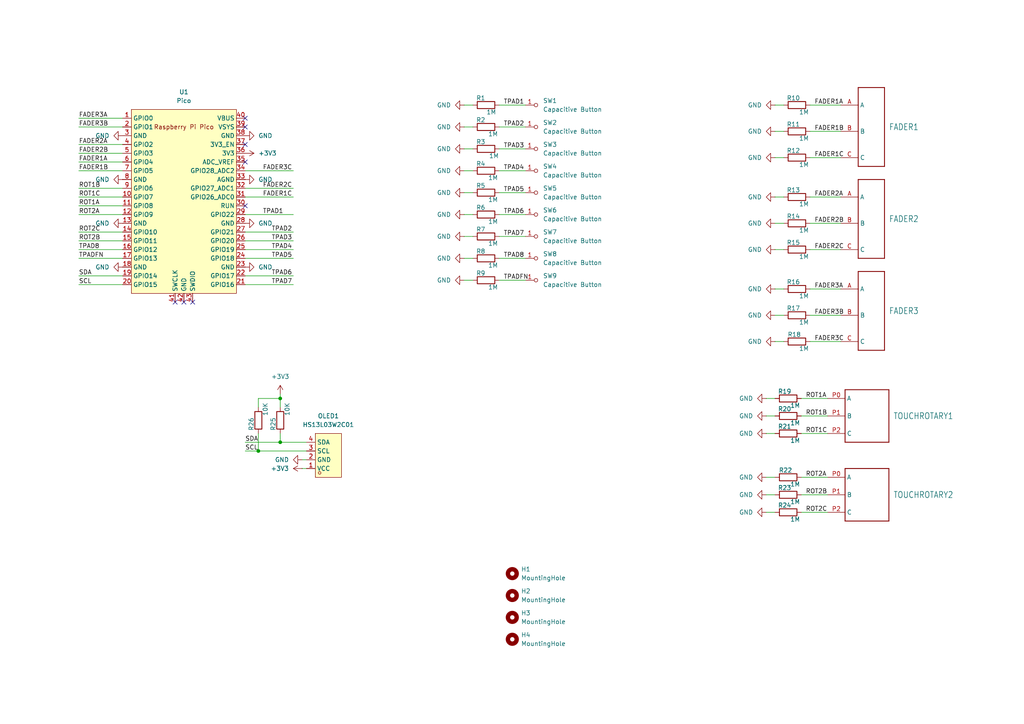
<source format=kicad_sch>
(kicad_sch (version 20231120) (generator "eeschema") (generator_version "8.0")
  (paper "A4")
  (title_block (title "MACRO-GLIDER") (date "2024-04-28") (rev "V1") (company "KONSOL"))
  (lib_symbols
    (symbol "Device:R" (pin_numbers hide) (pin_names (offset 0))
      (property "Reference" "R" (at 2.032 0 90))
      (property "Value" "R" (at 0 0 90))
      (symbol "R_0_1"
        (rectangle (start -1.016 -2.54) (end 1.016 2.54) (stroke (width 0.254)))
      )
      (symbol "R_1_1"
        (pin passive line (at 0 3.81 270) (length 1.27) (name "~") (number "1"))
        (pin passive line (at 0 -3.81 90) (length 1.27) (name "~") (number "2"))
      )
    )
    (symbol "capacitive:Capacitive Button" (pin_names (offset 0) hide)
      (property "Reference" "SW1" (at -1.2701 5.08 90))
      (property "Value" "Capacitive Button" (at 1.2699 5.08 90))
      (symbol "Capacitive Button_0_0"
        (circle (center 0 3.048) (radius 0.508))
      )
      (symbol "Capacitive Button_1_1"
        (pin passive line (at 0 0 90) (length 2.54) (name "A") (number "1"))
      )
    )
    (symbol "capacitive:MountingHole" (pin_names (offset 1.016))
      (property "Reference" "H1" (at 2.54 1.2701 0))
      (property "Value" "MountingHole" (at 2.54 -1.2699 0))
      (symbol "MountingHole_0_1"
        (circle (center 0 0) (radius 1.27) (stroke (width 1.27)))
      )
    )
    (symbol "capacitive:Pico"
      (property "Reference" "U1" (at 0 31.75 0))
      (property "Value" "Pico" (at 0 29.21 0))
      (symbol "Pico_0_0"
        (text "Raspberry Pi Pico" (at 0 21.59 0) (effects (font (size 1.27 1.27))))
      )
      (symbol "Pico_0_1"
        (rectangle (start -15.24 26.67) (end 15.24 -26.67) (fill (type background)))
      )
      (symbol "Pico_1_1"
        (pin bidirectional line (at -17.78 24.13 0) (length 2.54) (name "GPIO0") (number "1"))
        (pin bidirectional line (at -17.78 1.27 0) (length 2.54) (name "GPIO7") (number "10"))
        (pin bidirectional line (at -17.78 -1.27 0) (length 2.54) (name "GPIO8") (number "11"))
        (pin bidirectional line (at -17.78 -3.81 0) (length 2.54) (name "GPIO9") (number "12"))
        (pin power_in line (at -17.78 -6.35 0) (length 2.54) (name "GND") (number "13"))
        (pin bidirectional line (at -17.78 -8.89 0) (length 2.54) (name "GPIO10") (number "14"))
        (pin bidirectional line (at -17.78 -11.43 0) (length 2.54) (name "GPIO11") (number "15"))
        (pin bidirectional line (at -17.78 -13.97 0) (length 2.54) (name "GPIO12") (number "16"))
        (pin bidirectional line (at -17.78 -16.51 0) (length 2.54) (name "GPIO13") (number "17"))
        (pin power_in line (at -17.78 -19.05 0) (length 2.54) (name "GND") (number "18"))
        (pin bidirectional line (at -17.78 -21.59 0) (length 2.54) (name "GPIO14") (number "19"))
        (pin bidirectional line (at -17.78 21.59 0) (length 2.54) (name "GPIO1") (number "2"))
        (pin bidirectional line (at -17.78 -24.13 0) (length 2.54) (name "GPIO15") (number "20"))
        (pin bidirectional line (at 17.78 -24.13 180) (length 2.54) (name "GPIO16") (number "21"))
        (pin bidirectional line (at 17.78 -21.59 180) (length 2.54) (name "GPIO17") (number "22"))
        (pin power_in line (at 17.78 -19.05 180) (length 2.54) (name "GND") (number "23"))
        (pin bidirectional line (at 17.78 -16.51 180) (length 2.54) (name "GPIO18") (number "24"))
        (pin bidirectional line (at 17.78 -13.97 180) (length 2.54) (name "GPIO19") (number "25"))
        (pin bidirectional line (at 17.78 -11.43 180) (length 2.54) (name "GPIO20") (number "26"))
        (pin bidirectional line (at 17.78 -8.89 180) (length 2.54) (name "GPIO21") (number "27"))
        (pin power_in line (at 17.78 -6.35 180) (length 2.54) (name "GND") (number "28"))
        (pin bidirectional line (at 17.78 -3.81 180) (length 2.54) (name "GPIO22") (number "29"))
        (pin power_in line (at -17.78 19.05 0) (length 2.54) (name "GND") (number "3"))
        (pin input line (at 17.78 -1.27 180) (length 2.54) (name "RUN") (number "30"))
        (pin bidirectional line (at 17.78 1.27 180) (length 2.54) (name "GPIO26_ADC0") (number "31"))
        (pin bidirectional line (at 17.78 3.81 180) (length 2.54) (name "GPIO27_ADC1") (number "32"))
        (pin power_in line (at 17.78 6.35 180) (length 2.54) (name "AGND") (number "33"))
        (pin bidirectional line (at 17.78 8.89 180) (length 2.54) (name "GPIO28_ADC2") (number "34"))
        (pin power_in line (at 17.78 11.43 180) (length 2.54) (name "ADC_VREF") (number "35"))
        (pin bidirectional line (at 17.78 13.97 180) (length 2.54) (name "3V3") (number "36"))
        (pin input line (at 17.78 16.51 180) (length 2.54) (name "3V3_EN") (number "37"))
        (pin bidirectional line (at 17.78 19.05 180) (length 2.54) (name "GND") (number "38"))
        (pin power_in line (at 17.78 21.59 180) (length 2.54) (name "VSYS") (number "39"))
        (pin bidirectional line (at -17.78 16.51 0) (length 2.54) (name "GPIO2") (number "4"))
        (pin power_in line (at 17.78 24.13 180) (length 2.54) (name "VBUS") (number "40"))
        (pin input line (at -2.54 -29.21 90) (length 2.54) (name "SWCLK") (number "41"))
        (pin power_in line (at 0 -29.21 90) (length 2.54) (name "GND") (number "42"))
        (pin bidirectional line (at 2.54 -29.21 90) (length 2.54) (name "SWDIO") (number "43"))
        (pin bidirectional line (at -17.78 13.97 0) (length 2.54) (name "GPIO3") (number "5"))
        (pin bidirectional line (at -17.78 11.43 0) (length 2.54) (name "GPIO4") (number "6"))
        (pin bidirectional line (at -17.78 8.89 0) (length 2.54) (name "GPIO5") (number "7"))
        (pin power_in line (at -17.78 6.35 0) (length 2.54) (name "GND") (number "8"))
        (pin bidirectional line (at -17.78 3.81 0) (length 2.54) (name "GPIO6") (number "9"))
      )
    )
    (symbol "capacitive:TouchRotary"
      (property "Reference" "TOUCHROTARY1" (at 6.35 0 0))
      (symbol "TouchRotary_1_0"
        (polyline (pts (xy -7.62 -7.62) (xy 5.08 -7.62)) (stroke (width 0.254)))
        (polyline (pts (xy -7.62 7.62) (xy -7.62 -7.62)) (stroke (width 0.254)))
        (polyline (pts (xy 5.08 -7.62) (xy 5.08 7.62)) (stroke (width 0.254)))
        (polyline (pts (xy 5.08 7.62) (xy -7.62 7.62)) (stroke (width 0.254)))
        (pin bidirectional line (at -12.7 5.08 0) (length 5.08) (name "A") (number "P0"))
        (pin bidirectional line (at -12.7 0 0) (length 5.08) (name "B") (number "P1"))
        (pin bidirectional line (at -12.7 -5.08 0) (length 5.08) (name "C") (number "P2"))
      )
    )
    (symbol "capacitive:TouchSlider3"
      (property "Reference" "FADER1" (at 3.81 1.27 0))
      (symbol "TouchSlider3_1_0"
        (polyline (pts (xy -5.08 -10.16) (xy 2.54 -10.16)) (stroke (width 0.254)))
        (polyline (pts (xy -5.08 7.62) (xy -5.08 -10.16)) (stroke (width 0.254)))
        (polyline (pts (xy -5.08 12.7) (xy -5.08 7.62)) (stroke (width 0.254)))
        (polyline (pts (xy 2.54 -10.16) (xy 2.54 12.7)) (stroke (width 0.254)))
        (polyline (pts (xy 2.54 12.7) (xy -5.08 12.7)) (stroke (width 0.254)))
        (pin bidirectional line (at -10.16 7.62 0) (length 5.08) (name "A") (number "A"))
        (pin bidirectional line (at -10.16 0 0) (length 5.08) (name "B") (number "B"))
        (pin bidirectional line (at -10.16 -7.62 0) (length 5.08) (name "C") (number "C"))
      )
    )
    (symbol "easyeda2kicad:HS13L03W2C01_copy_without holes"
      (property "Reference" "OLED" (at 0 8.89 0))
      (property "Value" "HS13L03W2C01" (at 0 -8.89 0))
      (symbol "HS13L03W2C01_copy_without holes_0_1"
        (rectangle (start -2.54 6.35) (end 5.08 -6.35) (fill (type background)))
        (circle (center -1.27 5.08) (radius 0.38))
        (pin unspecified line (at -5.08 3.81 0) (length 2.54) (name "VCC") (number "1"))
        (pin unspecified line (at -5.08 1.27 0) (length 2.54) (name "GND") (number "2"))
        (pin unspecified line (at -5.08 -1.27 0) (length 2.54) (name "SCL") (number "3"))
        (pin unspecified line (at -5.08 -3.81 0) (length 2.54) (name "SDA") (number "4"))
      )
    )
    (symbol "power:+3V3" (power) (pin_numbers hide) (pin_names (offset 0) hide)
      (property "Value" "+3V3" (at 0 3.556 0))
      (symbol "+3V3_0_1"
        (polyline (pts (xy -0.762 1.27) (xy 0 2.54)))
        (polyline (pts (xy 0 0) (xy 0 2.54)))
        (polyline (pts (xy 0 2.54) (xy 0.762 1.27)))
      )
      (symbol "+3V3_1_1"
        (pin power_in line (at 0 0 90) (length 0) (name "~") (number "1"))
      )
    )
    (symbol "power:GND" (power) (pin_numbers hide) (pin_names (offset 0) hide)
      (property "Value" "GND" (at 0 -3.81 0))
      (symbol "GND_0_1"
        (polyline (pts (xy 0 0) (xy 0 -1.27) (xy 1.27 -1.27) (xy 0 -2.54) (xy -1.27 -1.27) (xy 0 -1.27)))
      )
      (symbol "GND_1_1"
        (pin power_in line (at 0 0 270) (length 0) (name "~") (number "1"))
      )
    )
  )
  (junction (at 81.28 128.27))
  (junction (at 74.93 130.81))
  (junction (at 81.28 115.57))
  (no_connect (at 71.12 59.69))
  (no_connect (at 50.8 87.63))
  (no_connect (at 71.12 34.29))
  (no_connect (at 53.34 87.63))
  (no_connect (at 55.88 87.63))
  (no_connect (at 71.12 46.99))
  (no_connect (at 71.12 41.91))
  (no_connect (at 71.12 36.83))
  (wire (pts (xy 134.62 62.23) (xy 137.16 62.23)))
  (wire (pts (xy 81.28 128.27) (xy 88.9 128.27)))
  (wire (pts (xy 224.79 30.48) (xy 227.33 30.48)))
  (wire (pts (xy 222.25 148.59) (xy 224.79 148.59)))
  (wire (pts (xy 144.78 74.93) (xy 152.4 74.93)))
  (wire (pts (xy 22.86 57.15) (xy 35.56 57.15)))
  (wire (pts (xy 81.28 115.57) (xy 81.28 118.11)))
  (wire (pts (xy 234.95 45.72) (xy 243.84 45.72)))
  (wire (pts (xy 234.95 38.1) (xy 243.84 38.1)))
  (wire (pts (xy 22.86 46.99) (xy 35.56 46.99)))
  (wire (pts (xy 81.28 125.73) (xy 81.28 128.27)))
  (wire (pts (xy 81.28 114.3) (xy 81.28 115.57)))
  (wire (pts (xy 22.86 72.39) (xy 35.56 72.39)))
  (wire (pts (xy 224.79 57.15) (xy 227.33 57.15)))
  (wire (pts (xy 134.62 55.88) (xy 137.16 55.88)))
  (wire (pts (xy 71.12 49.53) (xy 85.09 49.53)))
  (wire (pts (xy 22.86 49.53) (xy 35.56 49.53)))
  (wire (pts (xy 22.86 36.83) (xy 35.56 36.83)))
  (wire (pts (xy 224.79 72.39) (xy 227.33 72.39)))
  (wire (pts (xy 22.86 54.61) (xy 35.56 54.61)))
  (wire (pts (xy 232.41 115.57) (xy 240.03 115.57)))
  (wire (pts (xy 71.12 67.31) (xy 85.09 67.31)))
  (wire (pts (xy 134.62 49.53) (xy 137.16 49.53)))
  (wire (pts (xy 22.86 34.29) (xy 35.56 34.29)))
  (wire (pts (xy 222.25 138.43) (xy 224.79 138.43)))
  (wire (pts (xy 22.86 44.45) (xy 35.56 44.45)))
  (wire (pts (xy 234.95 64.77) (xy 243.84 64.77)))
  (wire (pts (xy 234.95 83.82) (xy 243.84 83.82)))
  (wire (pts (xy 71.12 57.15) (xy 85.09 57.15)))
  (wire (pts (xy 71.12 62.23) (xy 85.09 62.23)))
  (wire (pts (xy 144.78 68.58) (xy 152.4 68.58)))
  (wire (pts (xy 144.78 30.48) (xy 152.4 30.48)))
  (wire (pts (xy 232.41 143.51) (xy 240.03 143.51)))
  (wire (pts (xy 134.62 68.58) (xy 137.16 68.58)))
  (wire (pts (xy 74.93 125.73) (xy 74.93 130.81)))
  (wire (pts (xy 232.41 125.73) (xy 240.03 125.73)))
  (wire (pts (xy 22.86 67.31) (xy 35.56 67.31)))
  (wire (pts (xy 71.12 82.55) (xy 85.09 82.55)))
  (wire (pts (xy 232.41 120.65) (xy 240.03 120.65)))
  (wire (pts (xy 22.86 62.23) (xy 35.56 62.23)))
  (wire (pts (xy 134.62 74.93) (xy 137.16 74.93)))
  (wire (pts (xy 71.12 54.61) (xy 85.09 54.61)))
  (wire (pts (xy 22.86 74.93) (xy 35.56 74.93)))
  (wire (pts (xy 22.86 41.91) (xy 35.56 41.91)))
  (wire (pts (xy 222.25 125.73) (xy 224.79 125.73)))
  (wire (pts (xy 224.79 91.44) (xy 227.33 91.44)))
  (wire (pts (xy 222.25 120.65) (xy 224.79 120.65)))
  (wire (pts (xy 234.95 30.48) (xy 243.84 30.48)))
  (wire (pts (xy 234.95 72.39) (xy 243.84 72.39)))
  (wire (pts (xy 87.63 133.35) (xy 88.9 133.35)))
  (wire (pts (xy 144.78 55.88) (xy 152.4 55.88)))
  (wire (pts (xy 144.78 49.53) (xy 152.4 49.53)))
  (wire (pts (xy 224.79 45.72) (xy 227.33 45.72)))
  (wire (pts (xy 234.95 91.44) (xy 243.84 91.44)))
  (wire (pts (xy 71.12 80.01) (xy 85.09 80.01)))
  (wire (pts (xy 144.78 62.23) (xy 152.4 62.23)))
  (wire (pts (xy 134.62 81.28) (xy 137.16 81.28)))
  (wire (pts (xy 222.25 115.57) (xy 224.79 115.57)))
  (wire (pts (xy 144.78 81.28) (xy 152.4 81.28)))
  (wire (pts (xy 232.41 138.43) (xy 240.03 138.43)))
  (wire (pts (xy 224.79 64.77) (xy 227.33 64.77)))
  (wire (pts (xy 22.86 80.01) (xy 35.56 80.01)))
  (wire (pts (xy 22.86 82.55) (xy 35.56 82.55)))
  (wire (pts (xy 134.62 43.18) (xy 137.16 43.18)))
  (wire (pts (xy 134.62 30.48) (xy 137.16 30.48)))
  (wire (pts (xy 234.95 99.06) (xy 243.84 99.06)))
  (wire (pts (xy 87.63 135.89) (xy 88.9 135.89)))
  (wire (pts (xy 71.12 69.85) (xy 85.09 69.85)))
  (wire (pts (xy 224.79 38.1) (xy 227.33 38.1)))
  (wire (pts (xy 74.93 118.11) (xy 74.93 115.57)))
  (wire (pts (xy 22.86 69.85) (xy 35.56 69.85)))
  (wire (pts (xy 74.93 115.57) (xy 81.28 115.57)))
  (wire (pts (xy 74.93 130.81) (xy 88.9 130.81)))
  (wire (pts (xy 144.78 36.83) (xy 152.4 36.83)))
  (wire (pts (xy 71.12 72.39) (xy 85.09 72.39)))
  (wire (pts (xy 22.86 59.69) (xy 35.56 59.69)))
  (wire (pts (xy 224.79 83.82) (xy 227.33 83.82)))
  (wire (pts (xy 224.79 99.06) (xy 227.33 99.06)))
  (wire (pts (xy 222.25 143.51) (xy 224.79 143.51)))
  (wire (pts (xy 71.12 130.81) (xy 74.93 130.81)))
  (wire (pts (xy 144.78 43.18) (xy 152.4 43.18)))
  (wire (pts (xy 134.62 36.83) (xy 137.16 36.83)))
  (wire (pts (xy 71.12 74.93) (xy 85.09 74.93)))
  (wire (pts (xy 234.95 57.15) (xy 243.84 57.15)))
  (wire (pts (xy 232.41 148.59) (xy 240.03 148.59)))
  (wire (pts (xy 71.12 128.27) (xy 81.28 128.27)))
  (label "FADER1A" (at 22.86 46.99 0))
  (label "TPAD8" (at 146.05 74.93 0))
  (label "ROT2C" (at 233.68 148.59 0))
  (label "FADER3A" (at 236.22 83.82 0))
  (label "ROT1B" (at 233.68 120.65 0))
  (label "SDA" (at 22.86 80.01 0))
  (label "FADER2A" (at 22.86 41.91 0))
  (label "TPAD3" (at 146.05 43.18 0))
  (label "FADER2C" (at 236.22 72.39 0))
  (label "TPAD1" (at 146.05 30.48 0))
  (label "TPAD6" (at 78.74 80.01 0))
  (label "FADER2A" (at 236.22 57.15 0))
  (label "SCL" (at 22.86 82.55 0))
  (label "FADER3A" (at 22.86 34.29 0))
  (label "ROT1C" (at 22.86 57.15 0))
  (label "FADER3B" (at 22.86 36.83 0))
  (label "TPAD4" (at 146.05 49.53 0))
  (label "FADER1C" (at 236.22 45.72 0))
  (label "TPAD2" (at 78.74 67.31 0))
  (label "SCL" (at 71.12 130.81 0))
  (label "TPAD4" (at 78.74 72.39 0))
  (label "TPADFN" (at 22.86 74.93 0))
  (label "TPADFN" (at 146.05 81.28 0))
  (label "TPAD7" (at 78.74 82.55 0))
  (label "FADER3B" (at 236.22 91.44 0))
  (label "ROT2A" (at 22.86 62.23 0))
  (label "ROT1B" (at 22.86 54.61 0))
  (label "TPAD6" (at 146.05 62.23 0))
  (label "TPAD7" (at 146.05 68.58 0))
  (label "FADER1B" (at 236.22 38.1 0))
  (label "FADER2C" (at 76.2 54.61 0))
  (label "ROT1A" (at 22.86 59.69 0))
  (label "TPAD3" (at 78.74 69.85 0))
  (label "ROT2C" (at 22.86 67.31 0))
  (label "TPAD1" (at 76.2 62.23 0))
  (label "FADER2B" (at 236.22 64.77 0))
  (label "TPAD2" (at 146.05 36.83 0))
  (label "TPAD5" (at 78.74 74.93 0))
  (label "FADER1A" (at 236.22 30.48 0))
  (label "FADER3C" (at 76.2 49.53 0))
  (label "FADER1B" (at 22.86 49.53 0))
  (label "FADER3C" (at 236.22 99.06 0))
  (label "TPAD8" (at 22.86 72.39 0))
  (label "FADER1C" (at 76.2 57.15 0))
  (label "ROT2B" (at 233.68 143.51 0))
  (label "SDA" (at 71.12 128.27 0))
  (label "TPAD5" (at 146.05 55.88 0))
  (label "FADER2B" (at 22.86 44.45 0))
  (label "ROT2B" (at 22.86 69.85 0))
  (label "ROT1A" (at 233.68 115.57 0))
  (label "ROT2A" (at 233.68 138.43 0))
  (label "ROT1C" (at 233.68 125.73 0))
  (symbol (lib_id "power:GND") (at 222.25 143.51 270) (unit 1)
    (property "Reference" "#PWR023" (effects (hide yes)))
    (property "Value" "GND" (at 218.44 143.5099 90) (effects (justify right)))
    (property "Description" "Power symbol creates a global label with name \"GND\" , ground" (effects (hide yes)))
  )
  (symbol (lib_id "Device:R") (at 81.28 121.92 0) (unit 1)
    (property "Reference" "R25" (at 79.248 124.968 90) (effects (justify left)))
    (property "Value" "10K" (at 83.312 120.65 90) (effects (justify left)))
    (property "Footprint" "Library:R_0603_1608Metric" (effects (hide yes)))
    (property "Description" "Resistor" (effects (hide yes)))
  )
  (symbol (lib_id "power:GND") (at 222.25 148.59 270) (unit 1)
    (property "Reference" "#PWR024" (effects (hide yes)))
    (property "Value" "GND" (at 218.44 148.5899 90) (effects (justify right)))
    (property "Description" "Power symbol creates a global label with name \"GND\" , ground" (effects (hide yes)))
  )
  (symbol (lib_id "capacitive:Capacitive Button") (at 152.4 55.88 270) (unit 1)
    (property "Reference" "SW5" (at 157.48 54.6099 90) (effects (justify left)))
    (property "Value" "Capacitive Button" (at 157.48 57.1499 90) (effects (justify left)))
    (property "Footprint" "Library:Pad-CapacitiveTouch" (effects (hide yes)))
    (property "Description" "Single Pole Single Throw (SPST) switch" (effects (hide yes)))
  )
  (symbol (lib_id "power:GND") (at 134.62 62.23 270) (unit 1)
    (property "Reference" "#PWR06" (effects (hide yes)))
    (property "Value" "GND" (at 130.81 62.2299 90) (effects (justify right)))
    (property "Description" "Power symbol creates a global label with name \"GND\" , ground" (effects (hide yes)))
  )
  (symbol (lib_id "power:GND") (at 222.25 125.73 270) (unit 1)
    (property "Reference" "#PWR021" (effects (hide yes)))
    (property "Value" "GND" (at 218.44 125.7299 90) (effects (justify right)))
    (property "Description" "Power symbol creates a global label with name \"GND\" , ground" (effects (hide yes)))
  )
  (symbol (lib_id "capacitive:TouchSlider3") (at 254 91.44 0) (unit 1)
    (property "Reference" "FADER3" (at 257.81 90.17 0) (effects (font (size 1.778 1.5113)) (justify left)))
    (property "Footprint" "Library:TOUCHSLIDER3_8x40B" (effects (hide yes)))
  )
  (symbol (lib_id "power:+3V3") (at 81.28 114.3 0) (unit 1)
    (property "Reference" "#PWR025" (effects (hide yes)))
    (property "Value" "+3V3" (at 81.28 109.22 0))
    (property "Description" "Power symbol creates a global label with name \"+3V3\"" (effects (hide yes)))
  )
  (symbol (lib_id "power:GND") (at 134.62 55.88 270) (unit 1)
    (property "Reference" "#PWR05" (effects (hide yes)))
    (property "Value" "GND" (at 130.81 55.8799 90) (effects (justify right)))
    (property "Description" "Power symbol creates a global label with name \"GND\" , ground" (effects (hide yes)))
  )
  (symbol (lib_id "Device:R") (at 228.6 115.57 90) (unit 1)
    (property "Reference" "R19" (at 227.584 113.538 90))
    (property "Value" "1M" (at 230.632 117.602 90))
    (property "Footprint" "Library:R_0603_1608Metric" (effects (hide yes)))
    (property "Description" "Resistor" (effects (hide yes)))
  )
  (symbol (lib_id "capacitive:Pico") (at 53.34 58.42 0) (unit 1)
    (property "Reference" "U1" (at 53.34 26.67 0))
    (property "Value" "Pico" (at 53.34 29.21 0))
    (property "Footprint" "Library:RPi_Pico_SMD" (effects (hide yes)))
  )
  (symbol (lib_id "power:GND") (at 134.62 74.93 270) (unit 1)
    (property "Reference" "#PWR08" (effects (hide yes)))
    (property "Value" "GND" (at 130.81 74.9299 90) (effects (justify right)))
    (property "Description" "Power symbol creates a global label with name \"GND\" , ground" (effects (hide yes)))
  )
  (symbol (lib_id "capacitive:MountingHole") (at 148.59 166.37 0) (unit 1)
    (property "Reference" "H1" (at 151.13 165.0999 0) (effects (justify left)))
    (property "Value" "MountingHole" (at 151.13 167.6399 0) (effects (justify left)))
    (property "Footprint" "MountingHole:MountingHole_2.7mm_M2.5_ISO14580" (effects (hide yes)))
    (property "Description" "Mounting Hole without connection" (effects (hide yes)))
  )
  (symbol (lib_id "Device:R") (at 231.14 72.39 90) (unit 1)
    (property "Reference" "R15" (at 230.124 70.358 90))
    (property "Value" "1M" (at 233.172 74.422 90))
    (property "Footprint" "Library:R_0603_1608Metric" (effects (hide yes)))
    (property "Description" "Resistor" (effects (hide yes)))
  )
  (symbol (lib_id "power:GND") (at 35.56 52.07 270) (unit 1)
    (property "Reference" "#PWR033" (effects (hide yes)))
    (property "Value" "GND" (at 31.75 52.0699 90) (effects (justify right)))
    (property "Description" "Power symbol creates a global label with name \"GND\" , ground" (effects (hide yes)))
  )
  (symbol (lib_id "power:GND") (at 134.62 43.18 270) (unit 1)
    (property "Reference" "#PWR03" (effects (hide yes)))
    (property "Value" "GND" (at 130.81 43.1799 90) (effects (justify right)))
    (property "Description" "Power symbol creates a global label with name \"GND\" , ground" (effects (hide yes)))
  )
  (symbol (lib_id "Device:R") (at 231.14 30.48 90) (unit 1)
    (property "Reference" "R10" (at 230.124 28.448 90))
    (property "Value" "1M" (at 233.172 32.512 90))
    (property "Footprint" "Library:R_0603_1608Metric" (effects (hide yes)))
    (property "Description" "Resistor" (effects (hide yes)))
  )
  (symbol (lib_id "Device:R") (at 231.14 64.77 90) (unit 1)
    (property "Reference" "R14" (at 230.124 62.738 90))
    (property "Value" "1M" (at 233.172 66.802 90))
    (property "Footprint" "Library:R_0603_1608Metric" (effects (hide yes)))
    (property "Description" "Resistor" (effects (hide yes)))
  )
  (symbol (lib_id "Device:R") (at 231.14 38.1 90) (unit 1)
    (property "Reference" "R11" (at 230.124 36.068 90))
    (property "Value" "1M" (at 233.172 40.132 90))
    (property "Footprint" "Library:R_0603_1608Metric" (effects (hide yes)))
    (property "Description" "Resistor" (effects (hide yes)))
  )
  (symbol (lib_id "capacitive:TouchSlider3") (at 254 38.1 0) (unit 1)
    (property "Reference" "FADER1" (at 257.81 36.83 0) (effects (font (size 1.778 1.5113)) (justify left)))
    (property "Footprint" "Library:TOUCHSLIDER3_8x40B" (effects (hide yes)))
  )
  (symbol (lib_id "power:GND") (at 222.25 115.57 270) (unit 1)
    (property "Reference" "#PWR019" (effects (hide yes)))
    (property "Value" "GND" (at 218.44 115.5699 90) (effects (justify right)))
    (property "Description" "Power symbol creates a global label with name \"GND\" , ground" (effects (hide yes)))
  )
  (symbol (lib_id "power:GND") (at 134.62 30.48 270) (unit 1)
    (property "Reference" "#PWR01" (effects (hide yes)))
    (property "Value" "GND" (at 130.81 30.4799 90) (effects (justify right)))
    (property "Description" "Power symbol creates a global label with name \"GND\" , ground" (effects (hide yes)))
  )
  (symbol (lib_id "power:GND") (at 224.79 99.06 270) (unit 1)
    (property "Reference" "#PWR018" (effects (hide yes)))
    (property "Value" "GND" (at 220.98 99.0599 90) (effects (justify right)))
    (property "Description" "Power symbol creates a global label with name \"GND\" , ground" (effects (hide yes)))
  )
  (symbol (lib_id "power:GND") (at 35.56 77.47 270) (unit 1)
    (property "Reference" "#PWR031" (effects (hide yes)))
    (property "Value" "GND" (at 31.75 77.4699 90) (effects (justify right)))
    (property "Description" "Power symbol creates a global label with name \"GND\" , ground" (effects (hide yes)))
  )
  (symbol (lib_id "power:GND") (at 134.62 36.83 270) (unit 1)
    (property "Reference" "#PWR02" (effects (hide yes)))
    (property "Value" "GND" (at 130.81 36.8299 90) (effects (justify right)))
    (property "Description" "Power symbol creates a global label with name \"GND\" , ground" (effects (hide yes)))
  )
  (symbol (lib_id "capacitive:MountingHole") (at 148.59 179.07 0) (unit 1)
    (property "Reference" "H3" (at 151.13 177.7999 0) (effects (justify left)))
    (property "Value" "MountingHole" (at 151.13 180.3399 0) (effects (justify left)))
    (property "Footprint" "MountingHole:MountingHole_2.7mm_M2.5_ISO14580" (effects (hide yes)))
    (property "Description" "Mounting Hole without connection" (effects (hide yes)))
  )
  (symbol (lib_id "Device:R") (at 231.14 57.15 90) (unit 1)
    (property "Reference" "R13" (at 230.124 55.118 90))
    (property "Value" "1M" (at 233.172 59.182 90))
    (property "Footprint" "Library:R_0603_1608Metric" (effects (hide yes)))
    (property "Description" "Resistor" (effects (hide yes)))
  )
  (symbol (lib_id "Device:R") (at 228.6 120.65 90) (unit 1)
    (property "Reference" "R20" (at 227.584 118.618 90))
    (property "Value" "1M" (at 230.632 122.682 90))
    (property "Footprint" "Library:R_0603_1608Metric" (effects (hide yes)))
    (property "Description" "Resistor" (effects (hide yes)))
  )
  (symbol (lib_id "power:GND") (at 134.62 81.28 270) (unit 1)
    (property "Reference" "#PWR09" (effects (hide yes)))
    (property "Value" "GND" (at 130.81 81.2799 90) (effects (justify right)))
    (property "Description" "Power symbol creates a global label with name \"GND\" , ground" (effects (hide yes)))
  )
  (symbol (lib_id "power:GND") (at 35.56 39.37 270) (unit 1)
    (property "Reference" "#PWR034" (effects (hide yes)))
    (property "Value" "GND" (at 31.75 39.3699 90) (effects (justify right)))
    (property "Description" "Power symbol creates a global label with name \"GND\" , ground" (effects (hide yes)))
  )
  (symbol (lib_id "power:GND") (at 224.79 30.48 270) (unit 1)
    (property "Reference" "#PWR010" (effects (hide yes)))
    (property "Value" "GND" (at 220.98 30.4799 90) (effects (justify right)))
    (property "Description" "Power symbol creates a global label with name \"GND\" , ground" (effects (hide yes)))
  )
  (symbol (lib_id "capacitive:TouchRotary") (at 252.73 120.65 0) (unit 1)
    (property "Reference" "TOUCHROTARY1" (at 259.08 120.65 0) (effects (font (size 1.778 1.5113)) (justify left)))
    (property "Footprint" "Library:TOUCHROTARY1B" (effects (hide yes)))
  )
  (symbol (lib_id "power:GND") (at 71.12 64.77 90) (unit 1)
    (property "Reference" "#PWR029" (effects (hide yes)))
    (property "Value" "GND" (at 74.93 64.7699 90) (effects (justify right)))
    (property "Description" "Power symbol creates a global label with name \"GND\" , ground" (effects (hide yes)))
  )
  (symbol (lib_id "Device:R") (at 140.97 68.58 90) (unit 1)
    (property "Reference" "R7" (at 139.446 66.548 90))
    (property "Value" "1M" (at 143.002 70.612 90))
    (property "Footprint" "Library:R_0603_1608Metric" (effects (hide yes)))
    (property "Description" "Resistor" (effects (hide yes)))
  )
  (symbol (lib_id "capacitive:TouchSlider3") (at 254 64.77 0) (unit 1)
    (property "Reference" "FADER2" (at 257.81 63.5 0) (effects (font (size 1.778 1.5113)) (justify left)))
    (property "Footprint" "Library:TOUCHSLIDER3_8x40B" (effects (hide yes)))
  )
  (symbol (lib_id "power:GND") (at 71.12 77.47 90) (unit 1)
    (property "Reference" "#PWR030" (effects (hide yes)))
    (property "Value" "GND" (at 74.93 77.4699 90) (effects (justify right)))
    (property "Description" "Power symbol creates a global label with name \"GND\" , ground" (effects (hide yes)))
  )
  (symbol (lib_id "power:GND") (at 224.79 83.82 270) (unit 1)
    (property "Reference" "#PWR016" (effects (hide yes)))
    (property "Value" "GND" (at 220.98 83.8199 90) (effects (justify right)))
    (property "Description" "Power symbol creates a global label with name \"GND\" , ground" (effects (hide yes)))
  )
  (symbol (lib_id "power:GND") (at 35.56 64.77 270) (unit 1)
    (property "Reference" "#PWR032" (effects (hide yes)))
    (property "Value" "GND" (at 31.75 64.7699 90) (effects (justify right)))
    (property "Description" "Power symbol creates a global label with name \"GND\" , ground" (effects (hide yes)))
  )
  (symbol (lib_id "power:+3V3") (at 71.12 44.45 270) (unit 1)
    (property "Reference" "#PWR035" (effects (hide yes)))
    (property "Value" "+3V3" (at 74.93 44.4499 90) (effects (justify left)))
    (property "Description" "Power symbol creates a global label with name \"+3V3\"" (effects (hide yes)))
  )
  (symbol (lib_id "capacitive:Capacitive Button") (at 152.4 62.23 270) (unit 1)
    (property "Reference" "SW6" (at 157.48 60.9599 90) (effects (justify left)))
    (property "Value" "Capacitive Button" (at 157.48 63.4999 90) (effects (justify left)))
    (property "Footprint" "Library:Pad-CapacitiveTouch" (effects (hide yes)))
    (property "Description" "Single Pole Single Throw (SPST) switch" (effects (hide yes)))
  )
  (symbol (lib_id "Device:R") (at 228.6 138.43 90) (unit 1)
    (property "Reference" "R22" (at 227.838 136.398 90))
    (property "Value" "1M" (at 230.632 140.462 90))
    (property "Footprint" "Library:R_0603_1608Metric" (effects (hide yes)))
    (property "Description" "Resistor" (effects (hide yes)))
  )
  (symbol (lib_id "capacitive:Capacitive Button") (at 152.4 43.18 270) (unit 1)
    (property "Reference" "SW3" (at 157.48 41.9099 90) (effects (justify left)))
    (property "Value" "Capacitive Button" (at 157.48 44.4499 90) (effects (justify left)))
    (property "Footprint" "Library:Pad-CapacitiveTouch" (effects (hide yes)))
    (property "Description" "Single Pole Single Throw (SPST) switch" (effects (hide yes)))
  )
  (symbol (lib_id "power:GND") (at 224.79 64.77 270) (unit 1)
    (property "Reference" "#PWR014" (effects (hide yes)))
    (property "Value" "GND" (at 220.98 64.7699 90) (effects (justify right)))
    (property "Description" "Power symbol creates a global label with name \"GND\" , ground" (effects (hide yes)))
  )
  (symbol (lib_id "power:GND") (at 224.79 91.44 270) (unit 1)
    (property "Reference" "#PWR017" (effects (hide yes)))
    (property "Value" "GND" (at 220.98 91.4399 90) (effects (justify right)))
    (property "Description" "Power symbol creates a global label with name \"GND\" , ground" (effects (hide yes)))
  )
  (symbol (lib_id "Device:R") (at 228.6 143.51 90) (unit 1)
    (property "Reference" "R23" (at 227.584 141.478 90))
    (property "Value" "1M" (at 230.632 145.542 90))
    (property "Footprint" "Library:R_0603_1608Metric" (effects (hide yes)))
    (property "Description" "Resistor" (effects (hide yes)))
  )
  (symbol (lib_id "power:GND") (at 224.79 57.15 270) (unit 1)
    (property "Reference" "#PWR013" (effects (hide yes)))
    (property "Value" "GND" (at 220.98 57.1499 90) (effects (justify right)))
    (property "Description" "Power symbol creates a global label with name \"GND\" , ground" (effects (hide yes)))
  )
  (symbol (lib_id "capacitive:Capacitive Button") (at 152.4 81.28 270) (unit 1)
    (property "Reference" "SW9" (at 157.48 80.0099 90) (effects (justify left)))
    (property "Value" "Capacitive Button" (at 157.48 82.5499 90) (effects (justify left)))
    (property "Footprint" "Library:Pad-CapacitiveTouch" (effects (hide yes)))
    (property "Description" "Single Pole Single Throw (SPST) switch" (effects (hide yes)))
  )
  (symbol (lib_id "capacitive:Capacitive Button") (at 152.4 74.93 270) (unit 1)
    (property "Reference" "SW8" (at 157.48 73.6599 90) (effects (justify left)))
    (property "Value" "Capacitive Button" (at 157.48 76.1999 90) (effects (justify left)))
    (property "Footprint" "Library:Pad-CapacitiveTouch" (effects (hide yes)))
    (property "Description" "Single Pole Single Throw (SPST) switch" (effects (hide yes)))
  )
  (symbol (lib_id "Device:R") (at 231.14 99.06 90) (unit 1)
    (property "Reference" "R18" (at 230.378 97.028 90))
    (property "Value" "1M" (at 233.172 101.092 90))
    (property "Footprint" "Library:R_0603_1608Metric" (effects (hide yes)))
    (property "Description" "Resistor" (effects (hide yes)))
  )
  (symbol (lib_id "Device:R") (at 140.97 74.93 90) (unit 1)
    (property "Reference" "R8" (at 139.446 72.898 90))
    (property "Value" "1M" (at 143.002 76.962 90))
    (property "Footprint" "Library:R_0603_1608Metric" (effects (hide yes)))
    (property "Description" "Resistor" (effects (hide yes)))
  )
  (symbol (lib_id "capacitive:Capacitive Button") (at 152.4 49.53 270) (unit 1)
    (property "Reference" "SW4" (at 157.48 48.2599 90) (effects (justify left)))
    (property "Value" "Capacitive Button" (at 157.48 50.7999 90) (effects (justify left)))
    (property "Footprint" "Library:Pad-CapacitiveTouch" (effects (hide yes)))
    (property "Description" "Single Pole Single Throw (SPST) switch" (effects (hide yes)))
  )
  (symbol (lib_id "Device:R") (at 231.14 91.44 90) (unit 1)
    (property "Reference" "R17" (at 230.124 89.408 90))
    (property "Value" "1M" (at 233.172 93.472 90))
    (property "Footprint" "Library:R_0603_1608Metric" (effects (hide yes)))
    (property "Description" "Resistor" (effects (hide yes)))
  )
  (symbol (lib_id "Device:R") (at 140.97 30.48 90) (unit 1)
    (property "Reference" "R1" (at 139.446 28.448 90))
    (property "Value" "1M" (at 142.494 32.512 90))
    (property "Footprint" "Library:R_0603_1608Metric" (effects (hide yes)))
    (property "Description" "Resistor" (effects (hide yes)))
  )
  (symbol (lib_id "capacitive:TouchRotary") (at 252.73 143.51 0) (unit 1)
    (property "Reference" "TOUCHROTARY2" (at 259.08 143.51 0) (effects (font (size 1.778 1.5113)) (justify left)))
    (property "Footprint" "Library:TOUCHROTARY1B" (effects (hide yes)))
  )
  (symbol (lib_id "power:GND") (at 134.62 49.53 270) (unit 1)
    (property "Reference" "#PWR04" (effects (hide yes)))
    (property "Value" "GND" (at 130.81 49.5299 90) (effects (justify right)))
    (property "Description" "Power symbol creates a global label with name \"GND\" , ground" (effects (hide yes)))
  )
  (symbol (lib_id "Device:R") (at 228.6 125.73 90) (unit 1)
    (property "Reference" "R21" (at 227.584 123.698 90))
    (property "Value" "1M" (at 230.632 127.762 90))
    (property "Footprint" "Library:R_0603_1608Metric" (effects (hide yes)))
    (property "Description" "Resistor" (effects (hide yes)))
  )
  (symbol (lib_id "power:GND") (at 222.25 138.43 270) (unit 1)
    (property "Reference" "#PWR022" (effects (hide yes)))
    (property "Value" "GND" (at 218.44 138.4299 90) (effects (justify right)))
    (property "Description" "Power symbol creates a global label with name \"GND\" , ground" (effects (hide yes)))
  )
  (symbol (lib_id "power:GND") (at 71.12 52.07 90) (unit 1)
    (property "Reference" "#PWR036" (effects (hide yes)))
    (property "Value" "GND" (at 74.93 52.0699 90) (effects (justify right)))
    (property "Description" "Power symbol creates a global label with name \"GND\" , ground" (effects (hide yes)))
  )
  (symbol (lib_id "Device:R") (at 140.97 55.88 90) (unit 1)
    (property "Reference" "R5" (at 139.446 53.848 90))
    (property "Value" "1M" (at 143.002 57.912 90))
    (property "Footprint" "Library:R_0603_1608Metric" (effects (hide yes)))
    (property "Description" "Resistor" (effects (hide yes)))
  )
  (symbol (lib_id "capacitive:Capacitive Button") (at 152.4 36.83 270) (unit 1)
    (property "Reference" "SW2" (at 157.48 35.5599 90) (effects (justify left)))
    (property "Value" "Capacitive Button" (at 157.48 38.0999 90) (effects (justify left)))
    (property "Footprint" "Library:Pad-CapacitiveTouch" (effects (hide yes)))
    (property "Description" "Single Pole Single Throw (SPST) switch" (effects (hide yes)))
  )
  (symbol (lib_id "Device:R") (at 140.97 49.53 90) (unit 1)
    (property "Reference" "R4" (at 139.446 47.498 90))
    (property "Value" "1M" (at 143.002 51.562 90))
    (property "Footprint" "Library:R_0603_1608Metric" (effects (hide yes)))
    (property "Description" "Resistor" (effects (hide yes)))
  )
  (symbol (lib_id "power:GND") (at 87.63 133.35 270) (unit 1)
    (property "Reference" "#PWR027" (effects (hide yes)))
    (property "Value" "GND" (at 83.82 133.3499 90) (effects (justify right)))
    (property "Description" "Power symbol creates a global label with name \"GND\" , ground" (effects (hide yes)))
  )
  (symbol (lib_id "power:+3V3") (at 87.63 135.89 90) (unit 1)
    (property "Reference" "#PWR026" (effects (hide yes)))
    (property "Value" "+3V3" (at 83.82 135.8899 90) (effects (justify left)))
    (property "Description" "Power symbol creates a global label with name \"+3V3\"" (effects (hide yes)))
  )
  (symbol (lib_id "Device:R") (at 74.93 121.92 0) (unit 1)
    (property "Reference" "R26" (at 72.898 124.968 90) (effects (justify left)))
    (property "Value" "10K" (at 76.962 120.65 90) (effects (justify left)))
    (property "Footprint" "Library:R_0603_1608Metric" (effects (hide yes)))
    (property "Description" "Resistor" (effects (hide yes)))
  )
  (symbol (lib_id "Device:R") (at 231.14 83.82 90) (unit 1)
    (property "Reference" "R16" (at 230.124 81.788 90))
    (property "Value" "1M" (at 233.172 85.852 90))
    (property "Footprint" "Library:R_0603_1608Metric" (effects (hide yes)))
    (property "Description" "Resistor" (effects (hide yes)))
  )
  (symbol (lib_id "power:GND") (at 224.79 72.39 270) (unit 1)
    (property "Reference" "#PWR015" (effects (hide yes)))
    (property "Value" "GND" (at 220.98 72.3899 90) (effects (justify right)))
    (property "Description" "Power symbol creates a global label with name \"GND\" , ground" (effects (hide yes)))
  )
  (symbol (lib_id "easyeda2kicad:HS13L03W2C01_copy_without holes") (at 93.98 132.08 0) (mirror x) (unit 1)
    (property "Reference" "OLED1" (at 95.25 120.65 0))
    (property "Value" "HS13L03W2C01" (at 95.25 123.19 0))
    (property "Footprint" "easyeda2kicad:OLED-TH_L35.4-W33.5_HS13L03W2C01_without_mount_outline" (effects (hide yes)))
    (property "LCSC Part" "C7465997" (effects (hide yes)))
  )
  (symbol (lib_id "capacitive:MountingHole") (at 148.59 185.42 0) (unit 1)
    (property "Reference" "H4" (at 151.13 184.1499 0) (effects (justify left)))
    (property "Value" "MountingHole" (at 151.13 186.6899 0) (effects (justify left)))
    (property "Footprint" "MountingHole:MountingHole_2.7mm_M2.5_ISO14580" (effects (hide yes)))
    (property "Description" "Mounting Hole without connection" (effects (hide yes)))
  )
  (symbol (lib_id "Device:R") (at 140.97 81.28 90) (unit 1)
    (property "Reference" "R9" (at 139.446 79.248 90))
    (property "Value" "1M" (at 143.002 83.312 90))
    (property "Footprint" "Library:R_0603_1608Metric" (effects (hide yes)))
    (property "Description" "Resistor" (effects (hide yes)))
  )
  (symbol (lib_id "Device:R") (at 140.97 36.83 90) (unit 1)
    (property "Reference" "R2" (at 139.446 34.798 90))
    (property "Value" "1M" (at 143.002 38.862 90))
    (property "Footprint" "Library:R_0603_1608Metric" (effects (hide yes)))
    (property "Description" "Resistor" (effects (hide yes)))
  )
  (symbol (lib_id "power:GND") (at 71.12 39.37 90) (unit 1)
    (property "Reference" "#PWR028" (effects (hide yes)))
    (property "Value" "GND" (at 74.93 39.3699 90) (effects (justify right)))
    (property "Description" "Power symbol creates a global label with name \"GND\" , ground" (effects (hide yes)))
  )
  (symbol (lib_id "power:GND") (at 134.62 68.58 270) (unit 1)
    (property "Reference" "#PWR07" (effects (hide yes)))
    (property "Value" "GND" (at 130.81 68.5799 90) (effects (justify right)))
    (property "Description" "Power symbol creates a global label with name \"GND\" , ground" (effects (hide yes)))
  )
  (symbol (lib_id "power:GND") (at 224.79 45.72 270) (unit 1)
    (property "Reference" "#PWR012" (effects (hide yes)))
    (property "Value" "GND" (at 220.98 45.7199 90) (effects (justify right)))
    (property "Description" "Power symbol creates a global label with name \"GND\" , ground" (effects (hide yes)))
  )
  (symbol (lib_id "power:GND") (at 224.79 38.1 270) (unit 1)
    (property "Reference" "#PWR011" (effects (hide yes)))
    (property "Value" "GND" (at 220.98 38.0999 90) (effects (justify right)))
    (property "Description" "Power symbol creates a global label with name \"GND\" , ground" (effects (hide yes)))
  )
  (symbol (lib_id "capacitive:Capacitive Button") (at 152.4 30.48 270) (unit 1)
    (property "Reference" "SW1" (at 157.48 29.2099 90) (effects (justify left)))
    (property "Value" "Capacitive Button" (at 157.48 31.7499 90) (effects (justify left)))
    (property "Footprint" "Library:Pad-CapacitiveTouch" (effects (hide yes)))
    (property "Description" "Single Pole Single Throw (SPST) switch" (effects (hide yes)))
  )
  (symbol (lib_id "power:GND") (at 222.25 120.65 270) (unit 1)
    (property "Reference" "#PWR020" (effects (hide yes)))
    (property "Value" "GND" (at 218.44 120.6499 90) (effects (justify right)))
    (property "Description" "Power symbol creates a global label with name \"GND\" , ground" (effects (hide yes)))
  )
  (symbol (lib_id "Device:R") (at 140.97 62.23 90) (unit 1)
    (property "Reference" "R6" (at 139.446 60.198 90))
    (property "Value" "1M" (at 143.002 64.262 90))
    (property "Footprint" "Library:R_0603_1608Metric" (effects (hide yes)))
    (property "Description" "Resistor" (effects (hide yes)))
  )
  (symbol (lib_id "capacitive:Capacitive Button") (at 152.4 68.58 270) (unit 1)
    (property "Reference" "SW7" (at 157.48 67.3099 90) (effects (justify left)))
    (property "Value" "Capacitive Button" (at 157.48 69.8499 90) (effects (justify left)))
    (property "Footprint" "Library:Pad-CapacitiveTouch" (effects (hide yes)))
    (property "Description" "Single Pole Single Throw (SPST) switch" (effects (hide yes)))
  )
  (symbol (lib_id "capacitive:MountingHole") (at 148.59 172.72 0) (unit 1)
    (property "Reference" "H2" (at 151.13 171.4499 0) (effects (justify left)))
    (property "Value" "MountingHole" (at 151.13 173.9899 0) (effects (justify left)))
    (property "Footprint" "MountingHole:MountingHole_2.7mm_M2.5_ISO14580" (effects (hide yes)))
    (property "Description" "Mounting Hole without connection" (effects (hide yes)))
  )
  (symbol (lib_id "Device:R") (at 140.97 43.18 90) (unit 1)
    (property "Reference" "R3" (at 139.446 41.148 90))
    (property "Value" "1M" (at 143.256 45.212 90))
    (property "Footprint" "Library:R_0603_1608Metric" (effects (hide yes)))
    (property "Description" "Resistor" (effects (hide yes)))
  )
  (symbol (lib_id "Device:R") (at 231.14 45.72 90) (unit 1)
    (property "Reference" "R12" (at 230.124 43.688 90))
    (property "Value" "1M" (at 233.172 47.752 90))
    (property "Footprint" "Library:R_0603_1608Metric" (effects (hide yes)))
    (property "Description" "Resistor" (effects (hide yes)))
  )
  (symbol (lib_id "Device:R") (at 228.6 148.59 90) (unit 1)
    (property "Reference" "R24" (at 227.584 146.558 90))
    (property "Value" "1M" (at 230.632 150.622 90))
    (property "Footprint" "Library:R_0603_1608Metric" (effects (hide yes)))
    (property "Description" "Resistor" (effects (hide yes)))
  )
)
</source>
